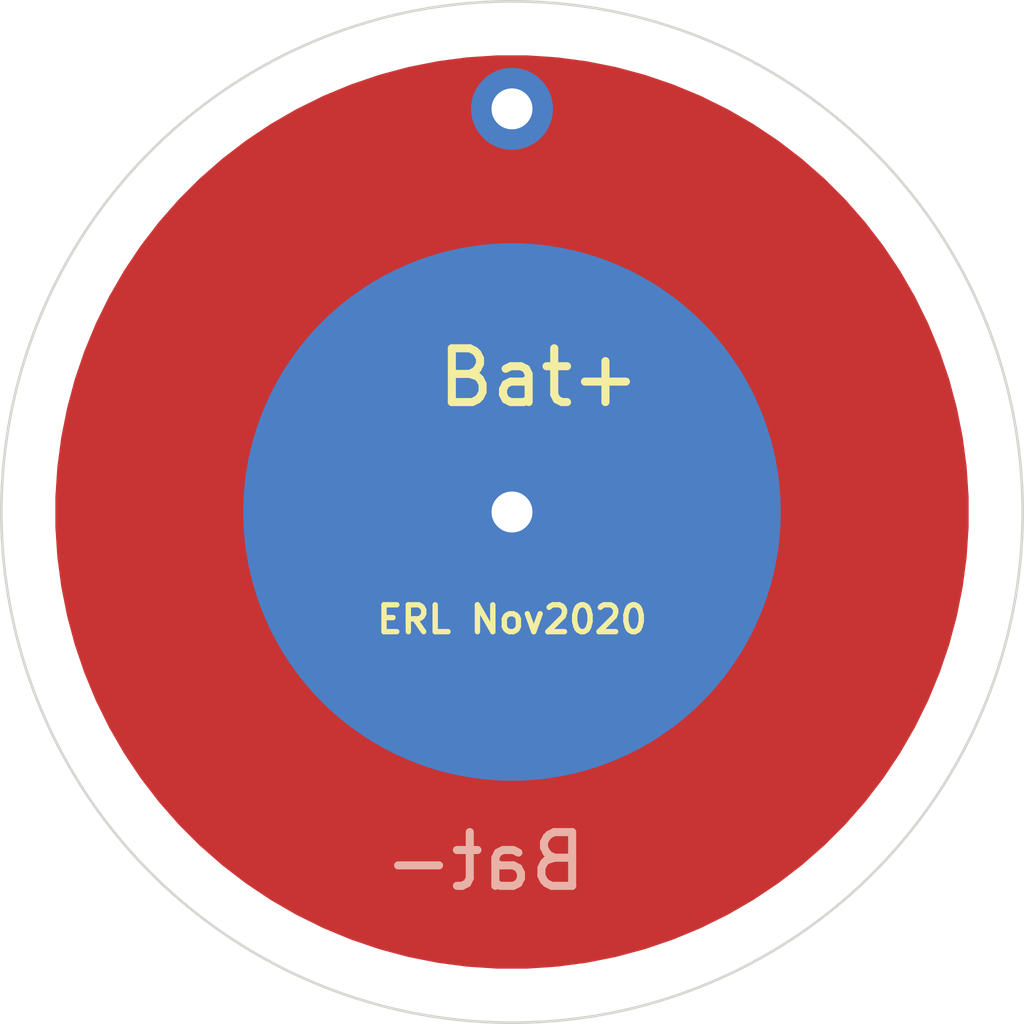
<source format=kicad_pcb>
(kicad_pcb (version 20171130) (host pcbnew "(5.1.5-0-10_14)")

  (general
    (thickness 1.6)
    (drawings 2)
    (tracks 0)
    (zones 0)
    (modules 2)
    (nets 1)
  )

  (page A4)
  (layers
    (0 F.Cu signal)
    (31 B.Cu signal)
    (32 B.Adhes user)
    (33 F.Adhes user)
    (34 B.Paste user)
    (35 F.Paste user)
    (36 B.SilkS user)
    (37 F.SilkS user)
    (38 B.Mask user)
    (39 F.Mask user)
    (40 Dwgs.User user)
    (41 Cmts.User user)
    (42 Eco1.User user)
    (43 Eco2.User user)
    (44 Edge.Cuts user)
    (45 Margin user)
    (46 B.CrtYd user)
    (47 F.CrtYd user)
    (48 B.Fab user)
    (49 F.Fab user)
  )

  (setup
    (last_trace_width 0.25)
    (trace_clearance 0.2)
    (zone_clearance 0.508)
    (zone_45_only no)
    (trace_min 0.2)
    (via_size 0.8)
    (via_drill 0.4)
    (via_min_size 0.4)
    (via_min_drill 0.3)
    (uvia_size 0.3)
    (uvia_drill 0.1)
    (uvias_allowed no)
    (uvia_min_size 0.2)
    (uvia_min_drill 0.1)
    (edge_width 0.05)
    (segment_width 0.2)
    (pcb_text_width 0.3)
    (pcb_text_size 1.5 1.5)
    (mod_edge_width 0.12)
    (mod_text_size 1 1)
    (mod_text_width 0.15)
    (pad_size 1.524 1.524)
    (pad_drill 0.762)
    (pad_to_mask_clearance 0.051)
    (solder_mask_min_width 0.25)
    (aux_axis_origin 0 0)
    (grid_origin 140 109)
    (visible_elements FFFFFF7F)
    (pcbplotparams
      (layerselection 0x010fc_ffffffff)
      (usegerberextensions false)
      (usegerberattributes false)
      (usegerberadvancedattributes false)
      (creategerberjobfile false)
      (excludeedgelayer true)
      (linewidth 0.100000)
      (plotframeref false)
      (viasonmask false)
      (mode 1)
      (useauxorigin false)
      (hpglpennumber 1)
      (hpglpenspeed 20)
      (hpglpendiameter 15.000000)
      (psnegative false)
      (psa4output false)
      (plotreference true)
      (plotvalue true)
      (plotinvisibletext false)
      (padsonsilk false)
      (subtractmaskfromsilk false)
      (outputformat 1)
      (mirror false)
      (drillshape 0)
      (scaleselection 1)
      (outputdirectory "/Users/elau/Documents/Git/cr2032/gerbers/"))
  )

  (net 0 "")

  (net_class Default "This is the default net class."
    (clearance 0.2)
    (trace_width 0.25)
    (via_dia 0.8)
    (via_drill 0.4)
    (uvia_dia 0.3)
    (uvia_drill 0.1)
  )

  (module cr2032:bat- (layer B.Cu) (tedit 5FB2BD82) (tstamp 5FB318B5)
    (at 140 109 180)
    (path /5FB2EE74)
    (fp_text reference Bat- (at 0.5 -6.5) (layer B.SilkS)
      (effects (font (size 1 1) (thickness 0.15)) (justify mirror))
    )
    (fp_text value Bat- (at 0.5 -8) (layer B.Fab)
      (effects (font (size 1 1) (thickness 0.15)) (justify mirror))
    )
    (pad 2 thru_hole circle (at 0 0 180) (size 2.5 2.5) (drill 0.762) (layers *.Cu *.Mask))
    (pad 1 smd circle (at 0 0 180) (size 10 10) (layers B.Cu B.Mask)
      (zone_connect 0))
  )

  (module cr2032:bat+ (layer F.Cu) (tedit 5FB2BCF8) (tstamp 5FB3127E)
    (at 140 109)
    (path /5FB2BD46)
    (fp_text reference Bat+ (at 0.5 -2.5) (layer F.SilkS)
      (effects (font (size 1 1) (thickness 0.15)))
    )
    (fp_text value Bat+ (at 0 -0.5) (layer F.Fab)
      (effects (font (size 1 1) (thickness 0.15)))
    )
    (pad 3 thru_hole circle (at 0 -7.5) (size 1.524 1.524) (drill 0.762) (layers *.Cu *.Mask))
    (pad 2 smd custom (at 5 0) (size 1.524 1.524) (layers F.Cu F.Mask)
      (zone_connect 0)
      (options (clearance outline) (anchor circle))
      (primitives
        (gr_circle (center -5 0) (end 1 0) (width 5))
      ))
  )

  (gr_text "ERL Nov2020" (at 140 111) (layer F.SilkS)
    (effects (font (size 0.5 0.5) (thickness 0.1)))
  )
  (gr_circle (center 140 109) (end 149.5 109) (layer Edge.Cuts) (width 0.05))

)

</source>
